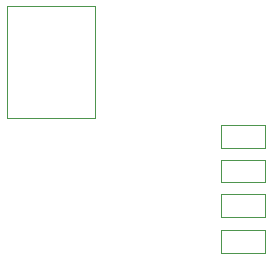
<source format=gbr>
G04 #@! TF.GenerationSoftware,KiCad,Pcbnew,(5.0.2)-1*
G04 #@! TF.CreationDate,2019-06-21T14:31:00+05:30*
G04 #@! TF.ProjectId,CapacityOfBattery,43617061-6369-4747-994f-664261747465,rev?*
G04 #@! TF.SameCoordinates,Original*
G04 #@! TF.FileFunction,Other,User*
%FSLAX46Y46*%
G04 Gerber Fmt 4.6, Leading zero omitted, Abs format (unit mm)*
G04 Created by KiCad (PCBNEW (5.0.2)-1) date 06/21/19 14:31:00*
%MOMM*%
%LPD*%
G01*
G04 APERTURE LIST*
%ADD10C,0.050000*%
G04 APERTURE END LIST*
D10*
G04 #@! TO.C,SW1*
X19340000Y-13350000D02*
X19340000Y-13100000D01*
X19340000Y-13100000D02*
X19590000Y-13100000D01*
X26840000Y-13350000D02*
X26840000Y-13100000D01*
X26840000Y-13100000D02*
X26590000Y-13100000D01*
X26590000Y-22600000D02*
X26840000Y-22600000D01*
X26840000Y-22600000D02*
X26840000Y-22350000D01*
X19590000Y-22600000D02*
X19340000Y-22600000D01*
X19340000Y-22600000D02*
X19340000Y-22350000D01*
X26840000Y-22350000D02*
X26840000Y-13350000D01*
X19590000Y-22600000D02*
X26590000Y-22600000D01*
X19340000Y-13350000D02*
X19340000Y-22350000D01*
X26590000Y-13100000D02*
X19590000Y-13100000D01*
G04 #@! TO.C,D2*
X41210000Y-28001000D02*
X41210000Y-26101000D01*
X41210000Y-26101000D02*
X37510000Y-26101000D01*
X37510000Y-26101000D02*
X37510000Y-28001000D01*
X37510000Y-28001000D02*
X41210000Y-28001000D01*
G04 #@! TO.C,D3*
X37510000Y-30932000D02*
X41210000Y-30932000D01*
X37510000Y-29032000D02*
X37510000Y-30932000D01*
X41210000Y-29032000D02*
X37510000Y-29032000D01*
X41210000Y-30932000D02*
X41210000Y-29032000D01*
G04 #@! TO.C,D4*
X41210000Y-33970000D02*
X41210000Y-32070000D01*
X41210000Y-32070000D02*
X37510000Y-32070000D01*
X37510000Y-32070000D02*
X37510000Y-33970000D01*
X37510000Y-33970000D02*
X41210000Y-33970000D01*
G04 #@! TO.C,D1*
X41210000Y-25080000D02*
X41210000Y-23180000D01*
X41210000Y-23180000D02*
X37510000Y-23180000D01*
X37510000Y-23180000D02*
X37510000Y-25080000D01*
X37510000Y-25080000D02*
X41210000Y-25080000D01*
G04 #@! TD*
M02*

</source>
